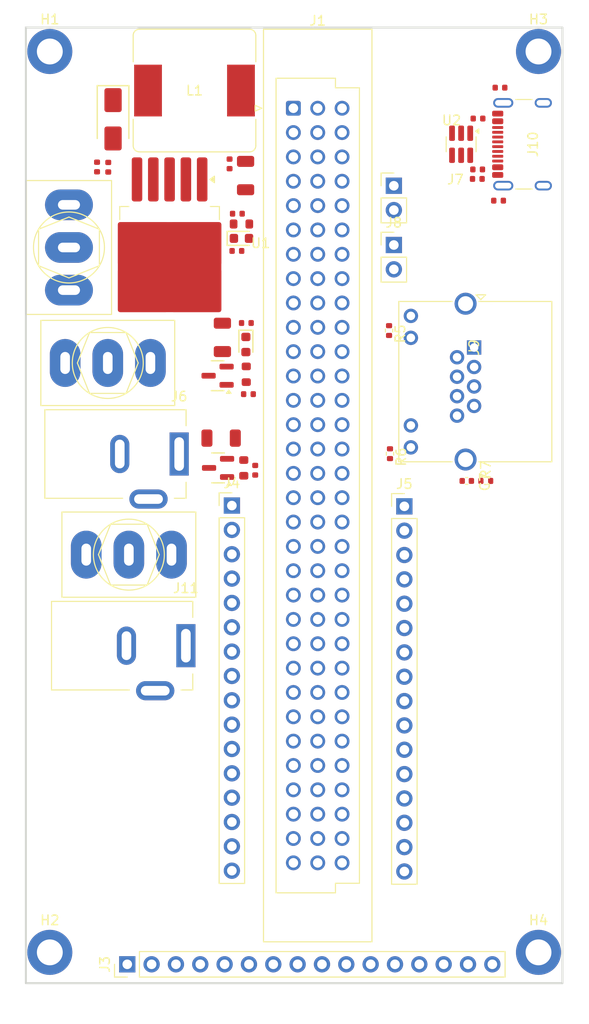
<source format=kicad_pcb>
(kicad_pcb (version 20240108) (generator "pcbnew") (generator_version "8.0")
  (layers (0 "F.Cu" signal) (31 "B.Cu" signal) (34 "B.Paste" user) (35 "F.Paste" user) (36 "B.SilkS" user "B.Silkscreen") (37 "F.SilkS" user "F.Silkscreen") (38 "B.Mask" user) (39 "F.Mask" user) (44 "Edge.Cuts" user))
  (net 0 "")
  (net 1 "Net-(U1-VC)")
  (net 2 "Net-(SW1-A)")
  (net 3 "GND")
  (net 4 "+12V")
  (net 5 "+12V_DC_JACK")
  (net 6 "+5V standby")
  (net 7 "+24V")
  (net 8 "Net-(C7-Pad1)")
  (net 9 "Net-(J10-SHIELD)")
  (net 10 "/USB/VBUS_IN")
  (net 11 "Net-(U1-SW)")
  (net 12 "Net-(D4-Pad1)")
  (net 13 "Net-(D5-Pad1)")
  (net 14 "/Connector/GPIOL6")
  (net 15 "/Connector/GPIOR10")
  (net 16 "/Connector/CAN1.-")
  (net 17 "/Connector/GPIOC6")
  (net 18 "/Connector/GPIOL12")
  (net 19 "/Connector/GPIOC12")
  (net 20 "/Connector/GPIOC8")
  (net 21 "/Connector/GPIOC5")
  (net 22 "/Connector/GPIOL11")
  (net 23 "/Connector/CAN1.+")
  (net 24 "/Connector/GPIOL5")
  (net 25 "/Connector/GPIOC15")
  (net 26 "/Connector/CAN2.-")
  (net 27 "/Connector/GPIOL13")
  (net 28 "/Connector/GPIOR11")
  (net 29 "/Connector/GPIOR2")
  (net 30 "/Connector/GPIOL7")
  (net 31 "/Connector/GPIOL8")
  (net 32 "/Connector/GPIOR7")
  (net 33 "/Connector/CAN2.+")
  (net 34 "/Connector/GPIOR4")
  (net 35 "/Connector/GPIOC11")
  (net 36 "/Connector/GPIOL4")
  (net 37 "/Connector/GPIOC7")
  (net 38 "/DIN41612_breakout/USB.+")
  (net 39 "/Connector/GPIOC3")
  (net 40 "/Connector/GPIOL0")
  (net 41 "/Connector/GPIOR13")
  (net 42 "/Connector/GPIOL9")
  (net 43 "/Connector/GPIOL3")
  (net 44 "/Connector/GPIOC1")
  (net 45 "/Connector/GPIOR5")
  (net 46 "/Connector/GPIOR0")
  (net 47 "/Connector/GPIOR6")
  (net 48 "/Connector/GPIOR14")
  (net 49 "/Connector/GPIOR12")
  (net 50 "/Connector/GPIOL14")
  (net 51 "/Connector/GPIOR8")
  (net 52 "/DIN41612_breakout/USB.-")
  (net 53 "/Connector/GPIOC4")
  (net 54 "/Connector/GPIOC10")
  (net 55 "/Connector/GPIOL1")
  (net 56 "/Connector/GPIOR3")
  (net 57 "/Connector/GPIOR1")
  (net 58 "/Connector/GPIOC9")
  (net 59 "/Connector/GPIOL15")
  (net 60 "/Connector/GPIOR9")
  (net 61 "/Connector/GPIOC0")
  (net 62 "/Connector/GPIOL2")
  (net 63 "/Connector/GPIOC2")
  (net 64 "/Connector/GPIOL10")
  (net 65 "/Connector/GPIOC14")
  (net 66 "/Connector/GPIOR15")
  (net 67 "/Connector/GPIOC13")
  (net 68 "Net-(J9-Pad10)")
  (net 69 "Net-(J9-Pad12)")
  (net 73 "/USB/USB_IN.-")
  (net 74 "/USB/USB_IN.+")
  (net 75 "Net-(J10-CC2)")
  (net 76 "Net-(J10-CC1)")
  (net 77 "Net-(Q1-D)")
  (net 78 "Net-(Q1-G)")
  (net 79 "Net-(Q2-G)")
  (net 80 "Net-(Q2-D)")
  (net 81 "Net-(U1-FB)")
  (net 83 "Net-(SW2-B)")
  (footprint "MountingHole:MountingHole_2.7mm_M2.5_DIN965_Pad" (layer "F.Cu") (at 17 110.5)
    (property "Reference" "H2" (at 0 -3.35 0) (layer "F.SilkS"))
    (property "Value" "MountingHole")
    (pad "1" thru_hole circle (at 0 0) (size 4.7 4.7) (drill 2.7) (layers "*.Cu" "*.Mask") (net 3 "GND"))
  )
  (footprint "PCM_JLCPCB:R_0402" (layer "F.Cu") (at 36.572966 33.425)
    (property "Reference" "R2" (hide yes))
    (property "Value" "3.3kΩ" (hide yes))
    (pad "1" smd roundrect (at -0.5 0) (size 0.56 0.62) (layers "F.Cu" "F.Paste" "F.Mask") (net 81 "Net-(U1-FB)"))
    (pad "2" smd roundrect (at 0.5 0) (size 0.56 0.62) (layers "F.Cu" "F.Paste" "F.Mask") (net 3 "GND"))
  )
  (footprint "Connector_BarrelJack:BarrelJack_Kycon_KLDX-0202-xC_Horizontal" (layer "F.Cu") (at 30.5 58.5)
    (property "Reference" "J6" (at 0 -6 0) (layer "F.SilkS"))
    (property "Value" "Barrel_Jack_Switch")
    (pad "1" thru_hole rect (at 0 0) (size 2 4.5) (drill oval 1 3.5) (layers "*.Cu" "*.Mask") (net 5 "+12V_DC_JACK"))
    (pad "2" thru_hole oval (at -6.2 0) (size 2 4) (drill oval 1 3) (layers "*.Cu" "*.Mask") (net 3 "GND"))
    (pad "3" thru_hole oval (at -3.2 4.7 90) (size 2 4) (drill oval 1 3) (layers "*.Cu" "*.Mask"))
  )
  (footprint "PCM_JLCPCB:D_0603" (layer "F.Cu") (at 37 36)
    (property "Reference" "D5" (hide yes))
    (property "Value" "Green" (hide yes))
    (pad "1" smd roundrect (at -0.79 0) (size 0.88 0.95) (layers "F.Cu" "F.Paste" "F.Mask") (net 13 "Net-(D5-Pad1)"))
    (pad "2" smd roundrect (at 0.79 0) (size 0.88 0.95) (layers "F.Cu" "F.Paste" "F.Mask") (net 6 "+5V standby"))
  )
  (footprint "MountingHole:MountingHole_2.7mm_M2.5_DIN965_Pad" (layer "F.Cu") (at 17 16.5)
    (property "Reference" "H1" (at 0 -3.35 0) (layer "F.SilkS"))
    (property "Value" "MountingHole")
    (pad "1" thru_hole circle (at 0 0) (size 4.7 4.7) (drill 2.7) (layers "*.Cu" "*.Mask") (net 3 "GND"))
  )
  (footprint "PCM_JLCPCB:Q_SOT-23" (layer "F.Cu") (at 34.56 59.95 180)
    (property "Reference" "Q1" (hide yes))
    (property "Value" "AO3401A")
    (pad "1" smd roundrect (at -0.94 -0.95 180) (size 1.48 0.6) (layers "F.Cu" "F.Paste" "F.Mask") (net 78 "Net-(Q1-G)"))
    (pad "2" smd roundrect (at -0.94 0.95 180) (size 1.48 0.6) (layers "F.Cu" "F.Paste" "F.Mask") (net 7 "+24V"))
    (pad "3" smd roundrect (at 0.94 0 180) (size 1.48 0.6) (layers "F.Cu" "F.Paste" "F.Mask") (net 77 "Net-(Q1-D)"))
  )
  (footprint "Connector_PinHeader_2.54mm:PinHeader_1x16_P2.54mm_Vertical" (layer "F.Cu") (at 54 63.96)
    (property "Reference" "J5" (at 0 -2.33 0) (layer "F.SilkS"))
    (property "Value" "Conn_01x16_Pin")
    (pad "1" thru_hole rect (at 0 0) (size 1.7 1.7) (drill 1) (layers "*.Cu" "*.Mask") (net 46 "/Connector/GPIOR0"))
    (pad "2" thru_hole oval (at 0 2.54) (size 1.7 1.7) (drill 1) (layers "*.Cu" "*.Mask") (net 57 "/Connector/GPIOR1"))
    (pad "3" thru_hole oval (at 0 5.08) (size 1.7 1.7) (drill 1) (layers "*.Cu" "*.Mask") (net 29 "/Connector/GPIOR2"))
    (pad "4" thru_hole oval (at 0 7.62) (size 1.7 1.7) (drill 1) (layers "*.Cu" "*.Mask") (net 56 "/Connector/GPIOR3"))
    (pad "5" thru_hole oval (at 0 10.16) (size 1.7 1.7) (drill 1) (layers "*.Cu" "*.Mask") (net 34 "/Connector/GPIOR4"))
    (pad "6" thru_hole oval (at 0 12.7) (size 1.7 1.7) (drill 1) (layers "*.Cu" "*.Mask") (net 45 "/Connector/GPIOR5"))
    (pad "7" thru_hole oval (at 0 15.24) (size 1.7 1.7) (drill 1) (layers "*.Cu" "*.Mask") (net 47 "/Connector/GPIOR6"))
    (pad "8" thru_hole oval (at 0 17.78) (size 1.7 1.7) (drill 1) (layers "*.Cu" "*.Mask") (net 32 "/Connector/GPIOR7"))
    (pad "9" thru_hole oval (at 0 20.32) (size 1.7 1.7) (drill 1) (layers "*.Cu" "*.Mask") (net 51 "/Connector/GPIOR8"))
    (pad "10" thru_hole oval (at 0 22.86) (size 1.7 1.7) (drill 1) (layers "*.Cu" "*.Mask") (net 60 "/Connector/GPIOR9"))
    (pad "11" thru_hole oval (at 0 25.4) (size 1.7 1.7) (drill 1) (layers "*.Cu" "*.Mask") (net 15 "/Connector/GPIOR10"))
    (pad "12" thru_hole oval (at 0 27.94) (size 1.7 1.7) (drill 1) (layers "*.Cu" "*.Mask") (net 28 "/Connector/GPIOR11"))
    (pad "13" thru_hole oval (at 0 30.48) (size 1.7 1.7) (drill 1) (layers "*.Cu" "*.Mask") (net 49 "/Connector/GPIOR12"))
    (pad "14" thru_hole oval (at 0 33.02) (size 1.7 1.7) (drill 1) (layers "*.Cu" "*.Mask") (net 41 "/Connector/GPIOR13"))
    (pad "15" thru_hole oval (at 0 35.56) (size 1.7 1.7) (drill 1) (layers "*.Cu" "*.Mask") (net 48 "/Connector/GPIOR14"))
    (pad "16" thru_hole oval (at 0 38.1) (size 1.7 1.7) (drill 1) (layers "*.Cu" "*.Mask") (net 66 "/Connector/GPIOR15"))
  )
  (footprint "Connector_PinHeader_2.54mm:PinHeader_1x02_P2.54mm_Vertical" (layer "F.Cu") (at 52.902637 36.691253)
    (property "Reference" "J8" (at 0 -2.33 0) (layer "F.SilkS"))
    (property "Value" "Conn_01x02_Pin" (hide yes))
    (pad "1" thru_hole rect (at 0 0) (size 1.7 1.7) (drill 1) (layers "*.Cu" "*.Mask") (net 33 "/Connector/CAN2.+"))
    (pad "2" thru_hole oval (at 0 2.54) (size 1.7 1.7) (drill 1) (layers "*.Cu" "*.Mask") (net 26 "/Connector/CAN2.-"))
  )
  (footprint "PCM_JLCPCB:D_0603" (layer "F.Cu") (at 37.462405 47.074153 -90)
    (property "Reference" "D4" (hide yes))
    (property "Value" "Green" (hide yes))
    (pad "1" smd roundrect (at -0.79 0 270) (size 0.88 0.95) (layers "F.Cu" "F.Paste" "F.Mask") (net 12 "Net-(D4-Pad1)"))
    (pad "2" smd roundrect (at 0.79 0 270) (size 0.88 0.95) (layers "F.Cu" "F.Paste" "F.Mask") (net 4 "+12V"))
  )
  (footprint "PCM_JLCPCB:R_0402" (layer "F.Cu") (at 37.51 44.83)
    (property "Reference" "R3" (hide yes))
    (property "Value" "1.2kΩ" (hide yes))
    (pad "1" smd roundrect (at -0.5 0) (size 0.56 0.62) (layers "F.Cu" "F.Paste" "F.Mask") (net 12 "Net-(D4-Pad1)"))
    (pad "2" smd roundrect (at 0.5 0) (size 0.56 0.62) (layers "F.Cu" "F.Paste" "F.Mask") (net 3 "GND"))
  )
  (footprint "PCM_JLCPCB:C_0402" (layer "F.Cu") (at 61.612971 29.795961 180)
    (property "Reference" "C9" (hide yes))
    (property "Value" "100nF")
    (pad "1" smd roundrect (at -0.5 0 180) (size 0.56 0.62) (layers "F.Cu" "F.Paste" "F.Mask") (net 10 "/USB/VBUS_IN"))
    (pad "2" smd roundrect (at 0.5 0 180) (size 0.56 0.62) (layers "F.Cu" "F.Paste" "F.Mask") (net 3 "GND"))
  )
  (footprint "PCM_JLCPCB:R_0603" (layer "F.Cu") (at 37.243391 59.95 90)
    (property "Reference" "R14" (hide yes))
    (property "Value" "10kΩ")
    (pad "1" smd roundrect (at -0.82 0 90) (size 0.8 0.95) (layers "F.Cu" "F.Paste" "F.Mask") (net 78 "Net-(Q1-G)"))
    (pad "2" smd roundrect (at 0.82 0 90) (size 0.8 0.95) (layers "F.Cu" "F.Paste" "F.Mask") (net 7 "+24V"))
  )
  (footprint "SW_toggle:SW_Toggle_Blue_wSlots" (layer "F.Cu") (at 19 36.95 90)
    (property "Reference" "SW1" (hide yes))
    (property "Value" "SW_SPDT_321")
    (pad "1" thru_hole oval (at -4.45 0 90) (size 3.2 5) (drill oval 1 2.3) (layers "*.Cu"))
    (pad "2" thru_hole oval (at 0 0 90) (size 3.2 5) (drill oval 1 2.3) (layers "*.Cu") (net 5 "+12V_DC_JACK"))
    (pad "3" thru_hole oval (at 4.45 0 90) (size 3.2 5) (drill oval 1 2.3) (layers "*.Cu") (net 2 "Net-(SW1-A)"))
  )
  (footprint "PCM_JLCPCB:C_1206" (layer "F.Cu") (at 35.01 46.33 90)
    (property "Reference" "C2" (hide yes))
    (property "Value" "4.7uF")
    (pad "1" smd roundrect (at -1.48 0 90) (size 1.15 1.8) (layers "F.Cu" "F.Paste" "F.Mask") (roundrect_rratio 0.217391) (net 4 "+12V"))
    (pad "2" smd roundrect (at 1.48 0 90) (size 1.15 1.8) (layers "F.Cu" "F.Paste" "F.Mask") (roundrect_rratio 0.217391) (net 3 "GND"))
  )
  (footprint "PCM_JLCPCB:C_0402" (layer "F.Cu") (at 21.928728 28.551026 90)
    (property "Reference" "C3" (hide yes))
    (property "Value" "10nF")
    (pad "1" smd roundrect (at -0.5 0 90) (size 0.56 0.62) (layers "F.Cu" "F.Paste" "F.Mask") (net 5 "+12V_DC_JACK"))
    (pad "2" smd roundrect (at 0.5 0 90) (size 0.56 0.62) (layers "F.Cu" "F.Paste" "F.Mask") (net 3 "GND"))
  )
  (footprint "Resistor_SMD:R_0402_1005Metric" (layer "F.Cu") (at 62.5 61.308)
    (property "Reference" "R7" (at 0 -1.17 90) (layer "F.SilkS"))
    (property "Value" "33k")
    (pad "1" smd roundrect (at -0.51 0) (size 0.54 0.64) (layers "F.Cu" "F.Paste" "F.Mask") (net 8 "Net-(C7-Pad1)"))
    (pad "2" smd roundrect (at 0.51 0) (size 0.54 0.64) (layers "F.Cu" "F.Paste" "F.Mask") (net 3 "GND"))
  )
  (footprint "SW_toggle:SW_Toggle_Blue_wSlots" (layer "F.Cu") (at 23.05 49)
    (property "Reference" "SW3" (hide yes))
    (property "Value" "SW_SPDT_321")
    (pad "1" thru_hole oval (at -4.45 0) (size 3.2 5) (drill oval 1 2.3) (layers "*.Cu"))
    (pad "2" thru_hole oval (at 0 0) (size 3.2 5) (drill oval 1 2.3) (layers "*.Cu") (net 5 "+12V_DC_JACK"))
    (pad "3" thru_hole oval (at 4.45 0) (size 3.2 5) (drill oval 1 2.3) (layers "*.Cu") (net 80 "Net-(Q2-D)"))
  )
  (footprint "Connector_BarrelJack:BarrelJack_Kycon_KLDX-0202-xC_Horizontal" (layer "F.Cu") (at 31.2 78.5)
    (property "Reference" "J11" (at 0 -6 0) (layer "F.SilkS"))
    (property "Value" "Barrel_Jack_Switch")
    (pad "1" thru_hole rect (at 0 0) (size 2 4.5) (drill oval 1 3.5) (layers "*.Cu" "*.Mask") (net 83 "Net-(SW2-B)"))
    (pad "2" thru_hole oval (at -6.2 0) (size 2 4) (drill oval 1 3) (layers "*.Cu" "*.Mask") (net 3 "GND"))
    (pad "3" thru_hole oval (at -3.2 4.7 90) (size 2 4) (drill oval 1 3) (layers "*.Cu" "*.Mask"))
  )
  (footprint "Capacitor_SMD:C_0402_1005Metric" (layer "F.Cu") (at 60.515877 61.308 180)
    (property "Reference" "C7" (at -1.889123 -0.100404 90) (layer "F.SilkS"))
    (property "Value" "10n" (hide yes))
    (pad "1" smd roundrect (at -0.48 0 180) (size 0.56 0.62) (layers "F.Cu" "F.Paste" "F.Mask") (net 8 "Net-(C7-Pad1)"))
    (pad "2" smd roundrect (at 0.48 0 180) (size 0.56 0.62) (layers "F.Cu" "F.Paste" "F.Mask") (net 3 "GND"))
  )
  (footprint "Connector_RJ:RJ45_Amphenol_RJHSE538X" (layer "F.Cu") (at 61.28 47.388 -90)
    (property "Reference" "J9" (at 0 0 90) (layer "F.SilkS"))
    (property "Value" "RJ45_LED_Shielded")
    (pad "" np_thru_hole circle (at -2.79 -2.54 270) (size 3.25 3.25) (drill 3.25) (layers "*.Cu" "*.Mask"))
    (pad "" np_thru_hole circle (at 9.91 -2.54 270) (size 3.25 3.25) (drill 3.25) (layers "*.Cu" "*.Mask"))
    (pad "1" thru_hole rect (at 0 0 270) (size 1.5 1.5) (drill 0.89) (layers "*.Cu" "*.Mask") (net 16 "/Connector/CAN1.-"))
    (pad "2" thru_hole circle (at 1.016 1.78 270) (size 1.5 1.5) (drill 0.89) (layers "*.Cu" "*.Mask") (net 23 "/Connector/CAN1.+"))
    (pad "3" thru_hole circle (at 2.032 0 270) (size 1.5 1.5) (drill 0.89) (layers "*.Cu" "*.Mask") (net 3 "GND"))
    (pad "4" thru_hole circle (at 3.048 1.78 270) (size 1.5 1.5) (drill 0.89) (layers "*.Cu" "*.Mask") (net 26 "/Connector/CAN2.-"))
    (pad "5" thru_hole circle (at 4.064 0 270) (size 1.5 1.5) (drill 0.89) (layers "*.Cu" "*.Mask") (net 33 "/Connector/CAN2.+"))
    (pad "6" thru_hole circle (at 5.08 1.78 270) (size 1.5 1.5) (drill 0.89) (layers "*.Cu" "*.Mask"))
    (pad "7" thru_hole circle (at 6.096 0 270) (size 1.5 1.5) (drill 0.89) (layers "*.Cu" "*.Mask") (net 52 "/DIN41612_breakout/USB.-"))
    (pad "8" thru_hole circle (at 7.112 1.78 270) (size 1.5 1.5) (drill 0.89) (layers "*.Cu" "*.Mask") (net 38 "/DIN41612_breakout/USB.+"))
    (pad "9" thru_hole circle (at -3.3 6.6 270) (size 1.5 1.5) (drill 0.89) (layers "*.Cu" "*.Mask") (net 3 "GND"))
    (pad "10" thru_hole circle (at -1.01 6.6 270) (size 1.5 1.5) (drill 0.89) (layers "*.Cu" "*.Mask") (net 68 "Net-(J9-Pad10)"))
    (pad "11" thru_hole circle (at 8.13 6.6 270) (size 1.5 1.5) (drill 0.89) (layers "*.Cu" "*.Mask") (net 3 "GND"))
    (pad "12" thru_hole circle (at 10.42 6.6 270) (size 1.5 1.5) (drill 0.89) (layers "*.Cu" "*.Mask") (net 69 "Net-(J9-Pad12)"))
    (pad "SH" thru_hole circle (at -4.57 0.89 270) (size 2.3 2.3) (drill 1.57) (layers "*.Cu" "*.Mask") (net 8 "Net-(C7-Pad1)"))
    (pad "SH" thru_hole circle (at 11.69 0.89 270) (size 2.3 2.3) (drill 1.57) (layers "*.Cu" "*.Mask") (net 8 "Net-(C7-Pad1)"))
  )
  (footprint "PCM_JLCPCB:C_1206" (layer "F.Cu") (at 34.87758 56.843274 180)
    (property "Reference" "C6" (hide yes))
    (property "Value" "4.7uF" (hide yes))
    (pad "1" smd roundrect (at -1.48 0 180) (size 1.15 1.8) (layers "F.Cu" "F.Paste" "F.Mask") (roundrect_rratio 0.217391) (net 7 "+24V"))
    (pad "2" smd roundrect (at 1.48 0 180) (size 1.15 1.8) (layers "F.Cu" "F.Paste" "F.Mask") (roundrect_rratio 0.217391) (net 3 "GND"))
  )
  (footprint "Connector_PinHeader_2.54mm:PinHeader_1x16_P2.54mm_Vertical" (layer "F.Cu") (at 25.083043 111.746563 90)
    (property "Reference" "J3" (at 0 -2.33 90) (layer "F.SilkS"))
    (property "Value" "Conn_01x16_Pin")
    (pad "1" thru_hole rect (at 0 0 90) (size 1.7 1.7) (drill 1) (layers "*.Cu" "*.Mask") (net 61 "/Connector/GPIOC0"))
    (pad "2" thru_hole oval (at 0 2.54 90) (size 1.7 1.7) (drill 1) (layers "*.Cu" "*.Mask") (net 44 "/Connector/GPIOC1"))
    (pad "3" thru_hole oval (at 0 5.08 90) (size 1.7 1.7) (drill 1) (layers "*.Cu" "*.Mask") (net 63 "/Connector/GPIOC2"))
    (pad "4" thru_hole oval (at 0 7.62 90) (size 1.7 1.7) (drill 1) (layers "*.Cu" "*.Mask") (net 39 "/Connector/GPIOC3"))
    (pad "5" thru_hole oval (at 0 10.16 90) (size 1.7 1.7) (drill 1) (layers "*.Cu" "*.Mask") (net 53 "/Connector/GPIOC4"))
    (pad "6" thru_hole oval (at 0 12.7 90) (size 1.7 1.7) (drill 1) (layers "*.Cu" "*.Mask") (net 21 "/Connector/GPIOC5"))
    (pad "7" thru_hole oval (at 0 15.24 90) (size 1.7 1.7) (drill 1) (layers "*.Cu" "*.Mask") (net 17 "/Connector/GPIOC6"))
    (pad "8" thru_hole oval (at 0 17.78 90) (size 1.7 1.7) (drill 1) (layers "*.Cu" "*.Mask") (net 37 "/Connector/GPIOC7"))
    (pad "9" thru_hole oval (at 0 20.32 90) (size 1.7 1.7) (drill 1) (layers "*.Cu" "*.Mask") (net 20 "/Connector/GPIOC8"))
    (pad "10" thru_hole oval (at 0 22.86 90) (size 1.7 1.7) (drill 1) (layers "*.Cu" "*.Mask") (net 58 "/Connector/GPIOC9"))
    (pad "11" thru_hole oval (at 0 25.4 90) (size 1.7 1.7) (drill 1) (layers "*.Cu" "*.Mask") (net 54 "/Connector/GPIOC10"))
    (pad "12" thru_hole oval (at 0 27.94 90) (size 1.7 1.7) (drill 1) (layers "*.Cu" "*.Mask") (net 35 "/Connector/GPIOC11"))
    (pad "13" thru_hole oval (at 0 30.48 90) (size 1.7 1.7) (drill 1) (layers "*.Cu" "*.Mask") (net 19 "/Connector/GPIOC12"))
    (pad "14" thru_hole oval (at 0 33.02 90) (size 1.7 1.7) (drill 1) (layers "*.Cu" "*.Mask") (net 67 "/Connector/GPIOC13"))
    (pad "15" thru_hole oval (at 0 35.56 90) (size 1.7 1.7) (drill 1) (layers "*.Cu" "*.Mask") (net 65 "/Connector/GPIOC14"))
    (pad "16" thru_hole oval (at 0 38.1 90) (size 1.7 1.7) (drill 1) (layers "*.Cu" "*.Mask") (net 25 "/Connector/GPIOC15"))
  )
  (footprint "PCM_JLCPCB:C_1206" (layer "F.Cu") (at 37.430958 29.445984 -90)
    (property "Reference" "C5" (hide yes))
    (property "Value" "100uF")
    (pad "1" smd roundrect (at -1.48 0 270) (size 1.15 1.8) (layers "F.Cu" "F.Paste" "F.Mask") (roundrect_rratio 0.217391) (net 6 "+5V standby"))
    (pad "2" smd roundrect (at 1.48 0 270) (size 1.15 1.8) (layers "F.Cu" "F.Paste" "F.Mask") (roundrect_rratio 0.217391) (net 3 "GND"))
  )
  (footprint "PCM_JLCPCB:R_0402" (layer "F.Cu") (at 61.64918 28.806248 180)
    (property "Reference" "R10" (hide yes))
    (property "Value" "5.1kΩ" (hide yes))
    (pad "1" smd roundrect (at -0.5 0 180) (size 0.56 0.62) (layers "F.Cu" "F.Paste" "F.Mask") (net 76 "Net-(J10-CC1)"))
    (pad "2" smd roundrect (at 0.5 0 180) (size 0.56 0.62) (layers "F.Cu" "F.Paste" "F.Mask") (net 3 "GND"))
  )
  (footprint "Package_TO_SOT_SMD:TO-263-5_TabPin3" (layer "F.Cu") (at 29.5 37.5 -90)
    (property "Reference" "U1" (at -1 -9.5 180) (layer "F.SilkS"))
    (property "Value" "XL4015")
    (pad "1" smd roundrect (at -7.65 -3.4 270) (size 4.6 1.1) (layers "F.Cu" "F.Paste" "F.Mask") (roundrect_rratio 0.227273) (net 3 "GND"))
    (pad "2" smd roundrect (at -7.65 -1.7 270) (size 4.6 1.1) (layers "F.Cu" "F.Paste" "F.Mask") (roundrect_rratio 0.227273) (net 81 "Net-(U1-FB)"))
    (pad "3" smd roundrect (at -7.65 0 270) (size 4.6 1.1) (layers "F.Cu" "F.Paste" "F.Mask") (roundrect_rratio 0.227273) (net 11 "Net-(U1-SW)"))
    (pad "3" smd roundrect (at -0.925 -2.775 270) (size 4.55 5.25) (layers "F.Cu" "F.Paste") (roundrect_rratio 0.054945) (net 11 "Net-(U1-SW)"))
    (pad "3" smd roundrect (at -0.925 2.775 270) (size 4.55 5.25) (layers "F.Cu" "F.Paste") (roundrect_rratio 0.054945) (net 11 "Net-(U1-SW)"))
    (pad "3" smd roundrect (at 1.5 0 270) (size 9.4 10.8) (layers "F.Cu" "F.Mask") (roundrect_rratio 0.026596) (net 11 "Net-(U1-SW)"))
    (pad "3" smd roundrect (at 3.925 -2.775 270) (size 4.55 5.25) (layers "F.Cu" "F.Paste") (roundrect_rratio 0.054945) (net 11 "Net-(U1-SW)"))
    (pad "3" smd roundrect (at 3.925 2.775 270) (size 4.55 5.25) (layers "F.Cu" "F.Paste") (roundrect_rratio 0.054945) (net 11 "Net-(U1-SW)"))
    (pad "4" smd roundrect (at -7.65 1.7 270) (size 4.6 1.1) (layers "F.Cu" "F.Paste" "F.Mask") (roundrect_rratio 0.227273) (net 1 "Net-(U1-VC)"))
    (pad "5" smd roundrect (at -7.65 3.4 270) (size 4.6 1.1) (layers "F.Cu" "F.Paste" "F.Mask") (roundrect_rratio 0.227273) (net 2 "Net-(SW1-A)"))
  )
  (footprint "Connector_DIN:DIN41612_R_3x32_Male_Vertical_THT" (layer "F.Cu") (at 42.42 22.42)
    (property "Reference" "J1" (at 2.54 -9.13 0) (layer "F.SilkS"))
    (property "Value" "09031967921")
    (pad "" np_thru_hole circle (at 2.24 -5.63) (size 2.85 2.85) (drill 2.85) (layers "*.Cu" "*.Mask"))
    (pad "" np_thru_hole circle (at 2.24 84.37) (size 2.85 2.85) (drill 2.85) (layers "*.Cu" "*.Mask"))
    (pad "a1" thru_hole roundrect (at 0 0) (size 1.55 1.55) (drill 1) (layers "*.Cu" "*.Mask") (roundrect_rratio 0.16129) (net 3 "GND"))
    (pad "a2" thru_hole circle (at 0 2.54) (size 1.55 1.55) (drill 1) (layers "*.Cu" "*.Mask") (net 38 "/DIN41612_breakout/USB.+"))
    (pad "a3" thru_hole circle (at 0 5.08) (size 1.55 1.55) (drill 1) (layers "*.Cu" "*.Mask") (net 6 "+5V standby"))
    (pad "a4" thru_hole circle (at 0 7.62) (size 1.55 1.55) (drill 1) (layers "*.Cu" "*.Mask") (net 3 "GND"))
    (pad "a5" thru_hole circle (at 0 10.16) (size 1.55 1.55) (drill 1) (layers "*.Cu" "*.Mask") (net 23 "/Connector/CAN1.+"))
    (pad "a6" thru_hole circle (at 0 12.7) (size 1.55 1.55) (drill 1) (layers "*.Cu" "*.Mask") (net 16 "/Connector/CAN1.-"))
    (pad "a7" thru_hole circle (at 0 15.24) (size 1.55 1.55) (drill 1) (layers "*.Cu" "*.Mask") (net 3 "GND"))
    (pad "a8" thru_hole circle (at 0 17.78) (size 1.55 1.55) (drill 1) (layers "*.Cu" "*.Mask") (net 33 "/Connector/CAN2.+"))
    (pad "a9" thru_hole circle (at 0 20.32) (size 1.55 1.55) (drill 1) (layers "*.Cu" "*.Mask") (net 26 "/Connector/CAN2.-"))
    (pad "a10" thru_hole circle (at 0 22.86) (size 1.55 1.55) (drill 1) (layers "*.Cu" "*.Mask") (net 3 "GND"))
    (pad "a11" thru_hole circle (at 0 25.4) (size 1.55 1.55) (drill 1) (layers "*.Cu" "*.Mask") (net 4 "+12V"))
    (pad "a12" thru_hole circle (at 0 27.94) (size 1.55 1.55) (drill 1) (layers "*.Cu" "*.Mask") (net 4 "+12V"))
    (pad "a13" thru_hole circle (at 0 30.48) (size 1.55 1.55) (drill 1) (layers "*.Cu" "*.Mask") (net 3 "GND"))
    (pad "a14" thru_hole circle (at 0 33.02) (size 1.55 1.55) (drill 1) (layers "*.Cu" "*.Mask") (net 7 "+24V"))
    (pad "a15" thru_hole circle (at 0 35.56) (size 1.55 1.55) (drill 1) (layers "*.Cu" "*.Mask") (net 3 "GND"))
    (pad "a16" thru_hole circle (at 0 38.1) (size 1.55 1.55) (drill 1) (layers "*.Cu" "*.Mask") (net 40 "/Connector/GPIOL0"))
    (pad "a17" thru_hole circle (at 0 40.64) (size 1.55 1.55) (drill 1) (layers "*.Cu" "*.Mask") (net 55 "/Connector/GPIOL1"))
    (pad "a18" thru_hole circle (at 0 43.18) (size 1.55 1.55) (drill 1) (layers "*.Cu" "*.Mask") (net 62 "/Connector/GPIOL2"))
    (pad "a19" thru_hole circle (at 0 45.72) (size 1.55 1.55) (drill 1) (layers "*.Cu" "*.Mask") (net 43 "/Connector/GPIOL3"))
    (pad "a20" thru_hole circle (at 0 48.26) (size 1.55 1.55) (drill 1) (layers "*.Cu" "*.Mask") (net 36 "/Connector/GPIOL4"))
    (pad "a21" thru_hole circle (at 0 50.8) (size 1.55 1.55) (drill 1) (layers "*.Cu" "*.Mask") (net 24 "/Connector/GPIOL5"))
    (pad "a22" thru_hole circle (at 0 53.34) (size 1.55 1.55) (drill 1) (layers "*.Cu" "*.Mask") (net 14 "/Connector/GPIOL6"))
    (pad "a23" thru_hole circle (at 0 55.88) (size 1.55 1.55) (drill 1) (layers "*.Cu" "*.Mask") (net 30 "/Connector/GPIOL7"))
    (pad "a24" thru_hole circle (at 0 58.42) (size 1.55 1.55) (drill 1) (layers "*.Cu" "*.Mask") (net 31 "/Connector/GPIOL8"))
    (pad "a25" thru_hole circle (at 0 60.96) (size 1.55 1.55) (drill 1) (layers "*.Cu" "*.Mask") (net 42 "/Connector/GPIOL9"))
    (pad "a26" thru_hole circle (at 0 63.5) (size 1.55 1.55) (drill 1) (layers "*.Cu" "*.Mask") (net 64 "/Connector/GPIOL10"))
    (pad "a27" thru_hole circle (at 0 66.04) (size 1.55 1.55) (drill 1) (layers "*.Cu" "*.Mask") (net 22 "/Connector/GPIOL11"))
    (pad "a28" thru_hole circle (at 0 68.58) (size 1.55 1.55) (drill 1) (layers "*.Cu" "*.Mask") (net 18 "/Connector/GPIOL12"))
    (pad "a29" thru_hole circle (at 0 71.12) (size 1.55 1.55) (drill 1) (layers "*.Cu" "*.Mask") (net 27 "/Connector/GPIOL13"))
    (pad "a30" thru_hole circle (at 0 73.66) (size 1.55 1.55) (drill 1) (layers "*.Cu" "*.Mask") (net 50 "/Connector/GPIOL14"))
    (pad "a31" thru_hole circle (at 0 76.2) (size 1.55 1.55) (drill 1) (layers "*.Cu" "*.Mask") (net 59 "/Connector/GPIOL15"))
    (pad "a32" thru_hole circle (at 0 78.74) (size 1.55 1.55) (drill 1) (layers "*.Cu" "*.Mask") (net 3 "GND"))
    (pad "b1" thru_hole circle (at 2.54 0) (size 1.55 1.55) (drill 1) (layers "*.Cu" "*.Mask") (net 3 "GND"))
    (pad "b2" thru_hole circle (at 2.54 2.54) (size 1.55 1.55) (drill 1) (layers "*.Cu" "*.Mask") (net 3 "GND"))
    (pad "b3" thru_hole circle (at 2.54 5.08) (size 1.55 1.55) (drill 1) (layers "*.Cu" "*.Mask") (net 6 "+5V standby"))
    (pad "b4" thru_hole circle (at 2.54 7.62) (size 1.55 1.55) (drill 1) (layers "*.Cu" "*.Mask") (net 3 "GND"))
    (pad "b5" thru_hole circle (at 2.54 10.16) (size 1.55 1.55) (drill 1) (layers "*.Cu" "*.Mask") (net 23 "/Connector/CAN1.+"))
    (pad "b6" thru_hole circle (at 2.54 12.7) (size 1.55 1.55) (drill 1) (layers "*.Cu" "*.Mask") (net 16 "/Connector/CAN1.-"))
    (pad "b7" thru_hole circle (at 2.54 15.24) (size 1.55 1.55) (drill 1) (layers "*.Cu" "*.Mask") (net 3 "GND"))
    (pad "b8" thru_hole circle (at 2.54 17.78) (size 1.55 1.55) (drill 1) (layers "*.Cu" "*.Mask") (net 33 "/Connector/CAN2.+"))
    (pad "b9" thru_hole circle (at 2.54 20.32) (size 1.55 1.55) (drill 1) (layers "*.Cu" "*.Mask") (net 26 "/Connector/CAN2.-"))
    (pad "b10" thru_hole circle (at 2.54 22.86) (size 1.55 1.55) (drill 1) (layers "*.Cu" "*.Mask") (net 3 "GND"))
    (pad "b11" thru_hole circle (at 2.54 25.4) (size 1.55 1.55) (drill 1) (layers "*.Cu" "*.Mask") (net 4 "+12V"))
    (pad "b12" thru_hole circle (at 2.54 27.94) (size 1.55 1.55) (drill 1) (layers "*.Cu" "*.Mask") (net 4 "+12V"))
    (pad "b13" thru_hole circle (at 2.54 30.48) (size 1.55 1.55) (drill 1) (layers "*.Cu" "*.Mask") (net 3 "GND"))
    (pad "b14" thru_hole circle (at 2.54 33.02) (size 1.55 1.55) (drill 1) (layers "*.Cu" "*.Mask") (net 7 "+24V"))
    (pad "b15" thru_hole circle (at 2.54 35.56) (size 1.55 1.55) (drill 1) (layers "*.Cu" "*.Mask") (net 3 "GND"))
    (pad "b16" thru_hole circle (at 2.54 38.1) (size 1.55 1.55) (drill 1) (layers "*.Cu" "*.Mask") (net 61 "/Connector/GPIOC0"))
    (pad "b17" thru_hole circle (at 2.54 40.64) (size 1.55 1.55) (drill 1) (layers "*.Cu" "*.Mask") (net 44 "/Connector/GPIOC1"))
    (pad "b18" thru_hole circle (at 2.54 43.18) (size 1.55 1.55) (drill 1) (layers "*.Cu" "*.Mask") (net 63 "/Connector/GPIOC2"))
    (pad "b19" thru_hole circle (at 2.54 45.72) (size 1.55 1.55) (drill 1) (layers "*.Cu" "*.Mask") (net 39 "/Connector/GPIOC3"))
    (pad "b20" thru_hole circle (at 2.54 48.26) (size 1.55 1.55) (drill 1) (layers "*.Cu" "*.Mask") (net 53 "/Connector/GPIOC4"))
    (pad "b21" thru_hole circle (at 2.54 50.8) (size 1.55 1.55) (drill 1) (layers "*.Cu" "*.Mask") (net 21 "/Connector/GPIOC5"))
    (pad "b22" thru_hole circle (at 2.54 53.34) (size 1.55 1.55) (drill 1) (layers "*.Cu" "*.Mask") (net 17 "/Connector/GPIOC6"))
    (pad "b23" thru_hole circle (at 2.54 55.88) (size 1.55 1.55) (drill 1) (layers "*.Cu" "*.Mask") (net 37 "/Connector/GPIOC7"))
    (pad "b24" thru_hole circle (at 2.54 58.42) (size 1.55 1.55) (drill 1) (layers "*.Cu" "*.Mask") (net 20 "/Connector/GPIOC8"))
    (pad "b25" thru_hole circle (at 2.54 60.96) (size 1.55 1.55) (drill 1) (layers "*.Cu" "*.Mask") (net 58 "/Connector/GPIOC9"))
    (pad "b26" thru_hole circle (at 2.54 63.5) (size 1.55 1.55) (drill 1) (layers "*.Cu" "*.Mask") (net 54 "/Connector/GPIOC10"))
    (pad "b27" thru_hole circle (at 2.54 66.04) (size 1.55 1.55) (drill 1) (layers "*.Cu" "*.Mask") (net 35 "/Connector/GPIOC11"))
    (pad "b28" thru_hole circle (at 2.54 68.58) (size 1.55 1.55) (drill 1) (layers "*.Cu" "*.Mask") (net 19 "/Connector/GPIOC12"))
    (pad "b29" thru_hole circle (at 2.54 71.12) (size 1.55 1.55) (drill 1) (layers "*.Cu" "*.Mask") (net 67 "/Connector/GPIOC13"))
    (pad "b30" thru_hole circle (at 2.54 73.66) (size 1.55 1.55) (drill 1) (layers "*.Cu" "*.Mask") (net 65 "/Connector/GPIOC14"))
    (pad "b31" thru_hole circle (at 2.54 76.2) (size 1.55 1.55) (drill 1) (layers "*.Cu" "*.Mask") (net 25 "/Connector/GPIOC15"))
    (pad "b32" thru_hole circle (at 2.54 78.74) (size 1.55 1.55) (drill 1) (layers "*.Cu" "*.Mask") (net 3 "GND"))
    (pad "c1" thru_hole circle (at 5.08 0) (size 1.55 1.55) (drill 1) (layers "*.Cu" "*.Mask") (net 3 "GND"))
    (pad "c2" thru_hole circle (at 5.08 2.54) (size 1.55 1.55) (drill 1) (layers "*.Cu" "*.Mask") (net 52 "/DIN41612_breakout/USB.-"))
    (pad "c3" thru_hole circle (at 5.08 5.08) (size 1.55 1.55) (drill 1) (layers "*.Cu" "*.Mask") (net 6 "+5V standby"))
    (pad "c4" thru_hole circle (at 5.08 7.62) (size 1.55 1.55) (drill 1) (layers "*.Cu" "*.Mask") (net 3 "GND"))
    (pad "c5" thru_hole circle (at 5.08 10.16) (size 1.55 1.55) (drill 1) (layers "*.Cu" "*.Mask") (net 23 "/Connector/CAN1.+"))
    (pad "c6" thru_hole circle (at 5.08 12.7) (size 1.55 1.55) (drill 1) (layers "*.Cu" "*.Mask") (net 16 "/Connector/CAN1.-"))
    (pad "c7" thru_hole circle (at 5.08 15.24) (size 1.55 1.55) (drill 1) (layers "*.Cu" "*.Mask") (net 3 "GND"))
    (pad "c8" thru_hole circle (at 5.08 17.78) (size 1.55 1.55) (drill 1) (layers "*.Cu" "*.Mask") (net 33 "/Connector/CAN2.+"))
    (pad "c9" thru_hole circle (at 5.08 20.32) (size 1.55 1.55) (drill 1) (layers "*.Cu" "*.Mask") (net 26 "/Connector/CAN2.-"))
    (pad "c10" thru_hole circle (at 5.08 22.86) (size 1.55 1.55) (drill 1) (layers "*.Cu" "*.Mask") (net 3 "GND"))
    (pad "c11" thru_hole circle (at 5.08 25.4) (size 1.55 1.55) (drill 1) (layers "*.Cu" "*.Mask") (net 4 "+12V"))
    (pad "c12" thru_hole circle (at 5.08 27.94) (size 1.55 1.55) (drill 1) (layers "*.Cu" "*.Mask") (net 4 "+12V"))
    (pad "c13" thru_hole circle (at 5.08 30.48) (size 1.55 1.55) (drill 1) (layers "*.Cu" "*.Mask") (net 3 "GND"))
    (pad "c14" thru_hole circle (at 5.08 33.02) (size 1.55 1.55) (drill 1) (layers "*.Cu" "*.Mask") (net 7 "+24V"))
    (pad "c15" thru_hole circle (at 5.08 35.56) (size 1.55 1.55) (drill 1) (layers "*.Cu" "*.Mask") (net 3 "GND"))
    (pad "c16" thru_hole circle (at 5.08 38.1) (size 1.55 1.55) (drill 1) (layers "*.Cu" "*.Mask") (net 46 "/Connector/GPIOR0"))
    (pad "c17" thru_hole circle (at 5.08 40.64) (size 1.55 1.55) (drill 1) (layers "*.Cu" "*.Mask") (net 57 "/Connector/GPIOR1"))
    (pad "c18" thru_hole circle (at 5.08 43.18) (size 1.55 1.55) (drill 1) (layers "*.Cu" "*.Mask") (net 29 "/Connector/GPIOR2"))
    (pad "c19" thru_hole circle (at 5.08 45.72) (size 1.55 1.55) (drill 1) (layers "*.Cu" "*.Mask") (net 56 "/Connector/GPIOR3"))
    (pad "c20" thru_hole circle (at 5.08 48.26) (size 1.55 1.55) (drill 1) (layers "*.Cu" "*.Mask") (net 34 "/Connector/GPIOR4"))
    (pad "c21" thru_hole circle (at 5.08 50.8) (size 1.55 1.55) (drill 1) (layers "*.Cu" "*.Mask") (net 45 "/Connector/GPIOR5"))
    (pad "c22" thru_hole circle (at 5.08 53.34) (size 1.55 1.55) (drill 1) (layers "*.Cu" "*.Mask") (net 47 "/Connector/GPIOR6"))
    (pad "c23" thru_hole circle (at 5.08 55.88) (size 1.55 1.55) (drill 1) (layers "*.Cu" "*.Mask") (net 32 "/Connector/GPIOR7"))
    (pad "c24" thru_hole circle (at 5.08 58.42) (size 1.55 1.55) (drill 1) (layers "*.Cu" "*.Mask") (net 51 "/Connector/GPIOR8"))
    (pad "c25" thru_hole circle (at 5.08 60.96) (size 1.55 1.55) (drill 1) (layers "*.Cu" "*.Mask") (net 60 "/Connector/GPIOR9"))
    (pad "c26" thru_hole circle (at 5.08 63.5) (size 1.55 1.55) (drill 1) (layers "*.Cu" "*.Mask") (net 15 "/Connector/GPIOR10"))
    (pad "c27" thru_hole circle (at 5.08 66.04) (size 1.55 1.55) (drill 1) (layers "*.Cu" "*.Mask") (net 28 "/Connector/GPIOR11"))
    (pad "c28" thru_hole circle (at 5.08 68.58) (size 1.55 1.55) (drill 1) (layers "*.Cu" "*.Mask") (net 49 "/Connector/GPIOR12"))
    (pad "c29" thru_hole circle (at 5.08 71.12) (size 1.55 1.55) (drill 1) (layers "*.Cu" "*.Mask") (net 41 "/Connector/GPIOR13"))
    (pad "c30" thru_hole circle (at 5.08 73.66) (size 1.55 1.55) (drill 1) (layers "*.Cu" "*.Mask") (net 48 "/Connector/GPIOR14"))
    (pad "c31" thru_hole circle (at 5.08 76.2) (size 1.55 1.55) (drill 1) (layers "*.Cu" "*.Mask") (net 66 "/Connector/GPIOR15"))
    (pad "c32" thru_hole circle (at 5.08 78.74) (size 1.55 1.55) (drill 1) (layers "*.Cu" "*.Mask") (net 3 "GND"))
  )
  (footprint "PCM_JLCPCB:R_0603" (layer "F.Cu") (at 37 34.5 180)
    (property "Reference" "R1" (hide yes))
    (property "Value" "10kΩ" (hide yes))
    (pad "1" smd roundrect (at -0.82 0 180) (size 0.8 0.95) (layers "F.Cu" "F.Paste" "F.Mask") (net 6 "+5V standby"))
    (pad "2" smd roundrect (at 0.82 0 180) (size 0.8 0.95) (layers "F.Cu" "F.Paste" "F.Mask") (net 81 "Net-(U1-FB)"))
  )
  (footprint "PCM_JLCPCB:R_0603" (layer "F.Cu") (at 37.5 50.18 90)
    (property "Reference" "R12" (hide yes))
    (property "Value" "10kΩ")
    (pad "1" smd roundrect (at -0.82 0 90) (size 0.8 0.95) (layers "F.Cu" "F.Paste" "F.Mask") (net 79 "Net-(Q2-G)"))
    (pad "2" smd roundrect (at 0.82 0 90) (size 0.8 0.95) (layers "F.Cu" "F.Paste" "F.Mask") (net 4 "+12V"))
  )
  (footprint "SW_toggle:SW_Toggle_Blue_wSlots" (layer "F.Cu") (at 25.25 69)
    (property "Reference" "SW2" (hide yes))
    (property "Value" "SW_SPDT_321")
    (pad "1" thru_hole oval (at -4.45 0) (size 3.2 5) (drill oval 1 2.3) (layers "*.Cu"))
    (pad "2" thru_hole oval (at 0 0) (size 3.2 5) (drill oval 1 2.3) (layers "*.Cu") (net 83 "Net-(SW2-B)"))
    (pad "3" thru_hole oval (at 4.45 0) (size 3.2 5) (drill oval 1 2.3) (layers "*.Cu") (net 77 "Net-(Q1-D)"))
  )
  (footprint "PCM_JLCPCB:R_0402" (layer "F.Cu") (at 37.72934 52.253365)
    (property "Reference" "R11" (hide yes))
    (property "Value" "22kΩ" (hide yes))
    (pad "1" smd roundrect (at -0.5 0) (size 0.56 0.62) (layers "F.Cu" "F.Paste" "F.Mask") (net 79 "Net-(Q2-G)"))
    (pad "2" smd roundrect (at 0.5 0) (size 0.56 0.62) (layers "F.Cu" "F.Paste" "F.Mask") (net 3 "GND"))
  )
  (footprint "PCM_JLCPCB:D_SMA" (layer "F.Cu") (at 23.6 23.575 -90)
    (property "Reference" "D2" (hide yes))
    (property "Value" "SS54")
    (pad "1" smd roundrect (at -2 0 270) (size 2.5 1.8) (layers "F.Cu" "F.Paste" "F.Mask") (roundrect_rratio 0.1388888889) (net 11 "Net-(U1-SW)"))
    (pad "2" smd roundrect (at 2 0 270) (size 2.5 1.8) (layers "F.Cu" "F.Paste" "F.Mask") (roundrect_rratio 0.1388888889) (net 3 "GND"))
  )
  (footprint "PCM_JLCPCB:Q_SOT-23" (layer "F.Cu") (at 34.51 50.33 180)
    (property "Reference" "Q2" (hide yes))
    (property "Value" "AO3401A")
    (pad "1" smd roundrect (at -0.94 -0.95 180) (size 1.48 0.6) (layers "F.Cu" "F.Paste" "F.Mask") (net 79 "Net-(Q2-G)"))
    (pad "2" smd roundrect (at -0.94 0.95 180) (size 1.48 0.6) (layers "F.Cu" "F.Paste" "F.Mask") (net 4 "+12V"))
    (pad "3" smd roundrect (at 0.94 0 180) (size 1.48 0.6) (layers "F.Cu" "F.Paste" "F.Mask") (net 80 "Net-(Q2-D)"))
  )
  (footprint "Package_TO_SOT_SMD:SC-74-6_1.55x2.9mm_P0.95mm" (layer "F.Cu") (at 59.925 26.18 -90)
    (property "Reference" "U2" (at -2.5 1 0) (layer "F.SilkS"))
    (property "Value" "IP4234CZ6,115" (hide yes))
    (pad "1" smd roundrect (at -1.15 -0.95 270) (size 1.6 0.6) (layers "F.Cu" "F.Paste" "F.Mask") (net 74 "/USB/USB_IN.+"))
    (pad "2" smd roundrect (at -1.15 0 270) (size 1.6 0.6) (layers "F.Cu" "F.Paste" "F.Mask") (net 3 "GND"))
    (pad "3" smd roundrect (at -1.15 0.95 270) (size 1.6 0.6) (layers "F.Cu" "F.Paste" "F.Mask") (net 38 "/DIN41612_breakout/USB.+"))
    (pad "4" smd roundrect (at 1.15 0.95 270) (size 1.6 0.6) (layers "F.Cu" "F.Paste" "F.Mask") (net 52 "/DIN41612_breakout/USB.-"))
    (pad "5" smd roundrect (at 1.15 0 270) (size 1.6 0.6) (layers "F.Cu" "F.Paste" "F.Mask") (net 10 "/USB/VBUS_IN"))
    (pad "6" smd roundrect (at 1.15 -0.95 270) (size 1.6 0.6) (layers "F.Cu" "F.Paste" "F.Mask") (net 73 "/USB/USB_IN.-"))
  )
  (footprint "PCM_JLCPCB:R_0402" (layer "F.Cu") (at 38.436433 60.192469 90)
    (property "Reference" "R13" (hide yes))
    (property "Value" "22kΩ" (hide yes))
    (pad "1" smd roundrect (at -0.5 0 90) (size 0.56 0.62) (layers "F.Cu" "F.Paste" "F.Mask") (net 78 "Net-(Q1-G)"))
    (pad "2" smd roundrect (at 0.5 0 90) (size 0.56 0.62) (layers "F.Cu" "F.Paste" "F.Mask") (net 3 "GND"))
  )
  (footprint "Resistor_SMD:R_0402_1005Metric" (layer "F.Cu") (at 52.5 58.468 -90)
    (property "Reference" "R6" (at 0.34 -1.17 90) (layer "F.SilkS"))
    (property "Value" "1k")
    (pad "1" smd roundrect (at -0.51 0 270) (size 0.54 0.64) (layers "F.Cu" "F.Paste" "F.Mask") (net 69 "Net-(J9-Pad12)"))
    (pad "2" smd roundrect (at 0.51 0 270) (size 0.54 0.64) (layers "F.Cu" "F.Paste" "F.Mask") (net 4 "+12V"))
  )
  (footprint "PCM_JLCPCB:R_0402" (layer "F.Cu") (at 61.685389 23.495594 180)
    (property "Reference" "R9" (hide yes))
    (property "Value" "5.1kΩ" (hide yes))
    (pad "1" smd roundrect (at -0.5 0 180) (size 0.56 0.62) (layers "F.Cu" "F.Paste" "F.Mask") (net 75 "Net-(J10-CC2)"))
    (pad "2" smd roundrect (at 0.5 0 180) (size 0.56 0.62) (layers "F.Cu" "F.Paste" "F.Mask") (net 3 "GND"))
  )
  (footprint "PCM_JLCPCB:C_0402" (layer "F.Cu") (at 35.760097 28.226457 -90)
    (property "Reference" "C4" (hide yes))
    (property "Value" "10nF")
    (pad "1" smd roundrect (at -0.5 0 270) (size 0.56 0.62) (layers "F.Cu" "F.Paste" "F.Mask") (net 6 "+5V standby"))
    (pad "2" smd roundrect (at 0.5 0 270) (size 0.56 0.62) (layers "F.Cu" "F.Paste" "F.Mask") (net 3 "GND"))
  )
  (footprint "Inductor_SMD:L_Bourns_SRR1260" (layer "F.Cu") (at 32.1 20.575)
    (property "Reference" "L1" (at 0 0 360) (layer "F.SilkS"))
    (property "Value" "40uH")
    (pad "1" smd rect (at -4.85 0) (size 2.9 5.4) (layers "F.Cu" "F.Paste" "F.Mask") (net 11 "Net-(U1-SW)"))
    (pad "2" smd rect (at 4.85 0) (size 2.9 5.4) (layers "F.Cu" "F.Paste" "F.Mask") (net 6 "+5V standby"))
  )
  (footprint "Connector_PinHeader_2.54mm:PinHeader_1x16_P2.54mm_Vertical" (layer "F.Cu") (at 36 63.88)
    (property "Reference" "J4" (at 0 -2.33 0) (layer "F.SilkS"))
    (property "Value" "Conn_01x16_Pin")
    (pad "1" thru_hole rect (at 0 0) (size 1.7 1.7) (drill 1) (layers "*.Cu" "*.Mask") (net 40 "/Connector/GPIOL0"))
    (pad "2" thru_hole oval (at 0 2.54) (size 1.7 1.7) (drill 1) (layers "*.Cu" "*.Mask") (net 55 "/Connector/GPIOL1"))
    (pad "3" thru_hole oval (at 0 5.08) (size 1.7 1.7) (drill 1) (layers "*.Cu" "*.Mask") (net 62 "/Connector/GPIOL2"))
    (pad "4" thru_hole oval (at 0 7.62) (size 1.7 1.7) (drill 1) (layers "*.Cu" "*.Mask") (net 43 "/Connector/GPIOL3"))
    (pad "5" thru_hole oval (at 0 10.16) (size 1.7 1.7) (drill 1) (layers "*.Cu" "*.Mask") (net 36 "/Connector/GPIOL4"))
    (pad "6" thru_hole oval (at 0 12.7) (size 1.7 1.7) (drill 1) (layers "*.Cu" "*.Mask") (net 24 "/Connector/GPIOL5"))
    (pad "7" thru_hole oval (at 0 15.24) (size 1.7 1.7) (drill 1) (layers "*.Cu" "*.Mask") (net 14 "/Connector/GPIOL6"))
    (pad "8" thru_hole oval (at 0 17.78) (size 1.7 1.7) (drill 1) (layers "*.Cu" "*.Mask") (net 30 "/Connector/GPIOL7"))
    (pad "9" thru_hole oval (at 0 20.32) (size 1.7 1.7) (drill 1) (layers "*.Cu" "*.Mask") (net 31 "/Connector/GPIOL8"))
    (pad "10" thru_hole oval (at 0 22.86) (size 1.7 1.7) (drill 1) (layers "*.Cu" "*.Mask") (net 42 "/Connector/GPIOL9"))
    (pad "11" thru_hole oval (at 0 25.4) (size 1.7 1.7) (drill 1) (layers "*.Cu" "*.Mask") (net 64 "/Connector/GPIOL10"))
    (pad "12" thru_hole oval (at 0 27.94) (size 1.7 1.7) (drill 1) (layers "*.Cu" "*.Mask") (net 22 "/Connector/GPIOL11"))
    (pad "13" thru_hole oval (at 0 30.48) (size 1.7 1.7) (drill 1) (layers "*.Cu" "*.Mask") (net 18 "/Connector/GPIOL12"))
    (pad "14" thru_hole oval (at 0 33.02) (size 1.7 1.7) (drill 1) (layers "*.Cu" "*.Mask") (net 27 "/Connector/GPIOL13"))
    (pad "15" thru_hole oval (at 0 35.56) (size 1.7 1.7) (drill 1) (layers "*.Cu" "*.Mask") (net 50 "/Connector/GPIOL14"))
    (pad "16" thru_hole oval (at 0 38.1) (size 1.7 1.7) (drill 1) (layers "*.Cu" "*.Mask") (net 59 "/Connector/GPIOL15"))
  )
  (footprint "Connector_USB:USB_C_Receptacle_GCT_USB4105-xx-A_16P_TopMnt_Horizontal" (layer "F.Cu") (at 67.425 26.18 90)
    (property "Reference" "J10" (at 0 0 90) (layer "F.SilkS"))
    (property "Value" "USB_C_Receptacle_USB2.0_16P")
    (pad "" np_thru_hole circle (at -2.89 -2.605 90) (size 0.65 0.65) (drill 0.65) (layers "F&B.Cu" "*.Mask"))
    (pad "" np_thru_hole circle (at 2.89 -2.605 90) (size 0.65 0.65) (drill 0.65) (layers "F&B.Cu" "*.Mask"))
    (pad "A1" smd roundrect (at -3.2 -3.68 90) (size 0.6 1.15) (layers "F.Cu" "F.Paste" "F.Mask") (net 3 "GND"))
    (pad "A4" smd roundrect (at -2.4 -3.68 90) (size 0.6 1.15) (layers "F.Cu" "F.Paste" "F.Mask") (net 10 "/USB/VBUS_IN"))
    (pad "A5" smd roundrect (at -1.25 -3.68 90) (size 0.3 1.15) (layers "F.Cu" "F.Paste" "F.Mask") (net 76 "Net-(J10-CC1)"))
    (pad "A6" smd roundrect (at -0.25 -3.68 90) (size 0.3 1.15) (layers "F.Cu" "F.Paste" "F.Mask") (net 74 "/USB/USB_IN.+"))
    (pad "A7" smd roundrect (at 0.25 -3.68 90) (size 0.3 1.15) (layers "F.Cu" "F.Paste" "F.Mask") (net 73 "/USB/USB_IN.-"))
    (pad "A8" smd roundrect (at 1.25 -3.68 90) (size 0.3 1.15) (layers "F.Cu" "F.Paste" "F.Mask"))
    (pad "A9" smd roundrect (at 2.4 -3.68 90) (size 0.6 1.15) (layers "F.Cu" "F.Paste" "F.Mask") (net 10 "/USB/VBUS_IN"))
    (pad "A12" smd roundrect (at 3.2 -3.68 90) (size 0.6 1.15) (layers "F.Cu" "F.Paste" "F.Mask") (net 3 "GND"))
    (pad "B1" smd roundrect (at 3.2 -3.68 90) (size 0.6 1.15) (layers "F.Cu" "F.Paste" "F.Mask") (net 3 "GND"))
    (pad "B4" smd roundrect (at 2.4 -3.68 90) (size 0.6 1.15) (layers "F.Cu" "F.Paste" "F.Mask") (net 10 "/USB/VBUS_IN"))
    (pad "B5" smd roundrect (at 1.75 -3.68 90) (size 0.3 1.15) (layers "F.Cu" "F.Paste" "F.Mask") (net 75 "Net-(J10-CC2)"))
    (pad "B6" smd roundrect (at 0.75 -3.68 90) (size 0.3 1.15) (layers "F.Cu" "F.Paste" "F.Mask") (net 74 "/USB/USB_IN.+"))
    (pad "B7" smd roundrect (at -0.75 -3.68 90) (size 0.3 1.15) (layers "F.Cu" "F.Paste" "F.Mask") (net 73 "/USB/USB_IN.-"))
    (pad "B8" smd roundrect (at -1.75 -3.68 90) (size 0.3 1.15) (layers "F.Cu" "F.Paste" "F.Mask"))
    (pad "B9" smd roundrect (at -2.4 -3.68 90) (size 0.6 1.15) (layers "F.Cu" "F.Paste" "F.Mask") (net 10 "/USB/VBUS_IN"))
    (pad "B12" smd roundrect (at -3.2 -3.68 90) (size 0.6 1.15) (layers "F.Cu" "F.Paste" "F.Mask") (net 3 "GND"))
    (pad "S1" thru_hole oval (at -4.32 -3.105 90) (size 1 2.1) (drill oval 0.6 1.7) (property pad_prop_heatsink) (layers "*.Cu" "*.Mask" "F.Paste") (net 9 "Net-(J10-SHIELD)"))
    (pad "S1" thru_hole oval (at -4.32 1.075 90) (size 1 1.8) (drill oval 0.6 1.4) (property pad_prop_heatsink) (layers "*.Cu" "*.Mask" "F.Paste") (net 9 "Net-(J10-SHIELD)"))
    (pad "S1" thru_hole oval (at 4.32 -3.105 90) (size 1 2.1) (drill oval 0.6 1.7) (property pad_prop_heatsink) (layers "*.Cu" "*.Mask" "F.Paste") (net 9 "Net-(J10-SHIELD)"))
    (pad "S1" thru_hole oval (at 4.32 1.075 90) (size 1 1.8) (drill oval 0.6 1.4) (property pad_prop_heatsink) (layers "*.Cu" "*.Mask" "F.Paste") (net 9 "Net-(J10-SHIELD)"))
  )
  (footprint "PCM_JLCPCB:C_0402" (layer "F.Cu") (at 23.1 28.575 90)
    (property "Reference" "C1" (hide yes))
    (property "Value" "10nF" (hide yes))
    (pad "1" smd roundrect (at -0.5 0 90) (size 0.56 0.62) (layers "F.Cu" "F.Paste" "F.Mask") (net 2 "Net-(SW1-A)"))
    (pad "2" smd roundrect (at 0.5 0 90) (size 0.56 0.62) (layers "F.Cu" "F.Paste" "F.Mask") (net 1 "Net-(U1-VC)"))
  )
  (footprint "Connector_PinHeader_2.54mm:PinHeader_1x02_P2.54mm_Vertical" (layer "F.Cu") (at 52.902637 30.509451)
    (property "Reference" "J7" (at 6.425 -0.65 0) (layer "F.SilkS"))
    (property "Value" "Conn_01x02_Pin" (hide yes))
    (pad "1" thru_hole rect (at 0 0) (size 1.7 1.7) (drill 1) (layers "*.Cu" "*.Mask") (net 23 "/Connector/CAN1.+"))
    (pad "2" thru_hole oval (at 0 2.54) (size 1.7 1.7) (drill 1) (layers "*.Cu" "*.Mask") (net 16 "/Connector/CAN1.-"))
  )
  (footprint "PCM_JLCPCB:R_0402" (layer "F.Cu") (at 36.523831 37.309438)
    (property "Reference" "R4" (hide yes))
    (property "Value" "220Ω" (hide yes))
    (pad "1" smd roundrect (at -0.5 0) (size 0.56 0.62) (layers "F.Cu" "F.Paste" "F.Mask") (net 13 "Net-(D5-Pad1)"))
    (pad "2" smd roundrect (at 0.5 0) (size 0.56 0.62) (layers "F.Cu" "F.Paste" "F.Mask") (net 3 "GND"))
  )
  (footprint "PCM_JLCPCB:C_0402" (layer "F.Cu") (at 63.979922 20.272087 180)
    (property "Reference" "C8" (hide yes))
    (property "Value" "100nF")
    (pad "1" smd roundrect (at -0.5 0 180) (size 0.56 0.62) (layers "F.Cu" "F.Paste" "F.Mask") (net 9 "Net-(J10-SHIELD)"))
    (pad "2" smd roundrect (at 0.5 0 180) (size 0.56 0.62) (layers "F.Cu" "F.Paste" "F.Mask") (net 3 "GND"))
  )
  (footprint "MountingHole:MountingHole_2.7mm_M2.5_DIN965_Pad" (layer "F.Cu") (at 68 110.5)
    (property "Reference" "H4" (at 0 -3.35 0) (layer "F.SilkS"))
    (property "Value" "MountingHole")
    (pad "1" thru_hole circle (at 0 0) (size 4.7 4.7) (drill 2.7) (layers "*.Cu" "*.Mask") (net 3 "GND"))
  )
  (footprint "MountingHole:MountingHole_2.7mm_M2.5_DIN965_Pad" (layer "F.Cu") (at 68 16.5)
    (property "Reference" "H3" (at 0 -3.35 0) (layer "F.SilkS"))
    (property "Value" "MountingHole")
    (pad "1" thru_hole circle (at 0 0) (size 4.7 4.7) (drill 2.7) (layers "*.Cu" "*.Mask") (net 3 "GND"))
  )
  (footprint "PCM_JLCPCB:R_0402" (layer "F.Cu") (at 63.830487 32.062488 180)
    (property "Reference" "R8" (hide yes))
    (property "Value" "330Ω" (hide yes))
    (pad "1" smd roundrect (at -0.5 0 180) (size 0.56 0.62) (layers "F.Cu" "F.Paste" "F.Mask") (net 9 "Net-(J10-SHIELD)"))
    (pad "2" smd roundrect (at 0.5 0 180) (size 0.56 0.62) (layers "F.Cu" "F.Paste" "F.Mask") (net 3 "GND"))
  )
  (footprint "Resistor_SMD:R_0402_1005Metric" (layer "F.Cu") (at 52.405 45.618 -90)
    (property "Reference" "R5" (at 0.34 -1.17 90) (layer "F.SilkS"))
    (property "Value" "1k")
    (pad "1" smd roundrect (at -0.51 0 270) (size 0.54 0.64) (layers "F.Cu" "F.Paste" "F.Mask") (net 68 "Net-(J9-Pad10)"))
    (pad "2" smd roundrect (at 0.51 0 270) (size 0.54 0.64) (layers "F.Cu" "F.Paste" "F.Mask") (net 4 "+12V"))
  )
  (gr_rect (start 14.5 14) (end 70.5 113.719068) (stroke (width 0.2)) (fill none) (layer "Edge.Cuts"))
)
</source>
